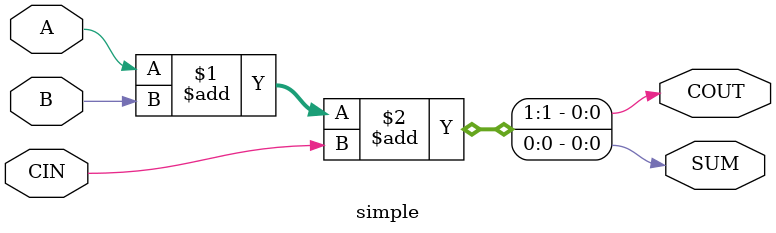
<source format=v>
module simple(A, B,CIN,COUT,SUM);
   input   A,B,CIN;
   output  COUT,SUM;
   assign {COUT,SUM}=A+B+CIN;
endmodule
</source>
